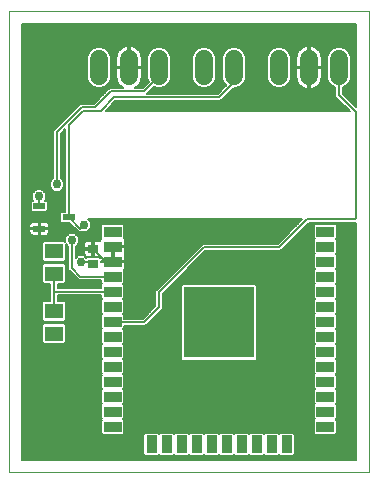
<source format=gtl>
G75*
%MOIN*%
%OFA0B0*%
%FSLAX25Y25*%
%IPPOS*%
%LPD*%
%AMOC8*
5,1,8,0,0,1.08239X$1,22.5*
%
%ADD10C,0.00000*%
%ADD11C,0.05937*%
%ADD12R,0.03937X0.01969*%
%ADD13R,0.05906X0.03543*%
%ADD14R,0.03543X0.05906*%
%ADD15R,0.23622X0.23622*%
%ADD16R,0.05906X0.05118*%
%ADD17R,0.03543X0.02756*%
%ADD18C,0.02978*%
%ADD19C,0.00600*%
D10*
X0001300Y0001300D02*
X0001300Y0155001D01*
X0121221Y0155001D01*
X0121221Y0001300D01*
X0001300Y0001300D01*
D11*
X0031300Y0133331D02*
X0031300Y0139269D01*
X0041300Y0139269D02*
X0041300Y0133331D01*
X0051300Y0133331D02*
X0051300Y0139269D01*
X0066300Y0139269D02*
X0066300Y0133331D01*
X0076300Y0133331D02*
X0076300Y0139269D01*
X0091300Y0139269D02*
X0091300Y0133331D01*
X0101300Y0133331D02*
X0101300Y0139269D01*
X0111300Y0139269D02*
X0111300Y0133331D01*
D12*
X0021221Y0086300D03*
X0011379Y0082560D03*
X0011379Y0090040D03*
D13*
X0035867Y0081615D03*
X0035867Y0076615D03*
X0035867Y0071615D03*
X0035867Y0066615D03*
X0035867Y0061615D03*
X0035867Y0056615D03*
X0035867Y0051615D03*
X0035867Y0046615D03*
X0035867Y0041615D03*
X0035867Y0036615D03*
X0035867Y0031615D03*
X0035867Y0026615D03*
X0035867Y0021615D03*
X0035867Y0016615D03*
X0106733Y0016615D03*
X0106733Y0021615D03*
X0106733Y0026615D03*
X0106733Y0031615D03*
X0106733Y0036615D03*
X0106733Y0041615D03*
X0106733Y0046615D03*
X0106733Y0051615D03*
X0106733Y0056615D03*
X0106733Y0061615D03*
X0106733Y0066615D03*
X0106733Y0071615D03*
X0106733Y0076615D03*
X0106733Y0081615D03*
D14*
X0093800Y0010749D03*
X0088800Y0010749D03*
X0083800Y0010749D03*
X0078800Y0010749D03*
X0073800Y0010749D03*
X0068800Y0010749D03*
X0063800Y0010749D03*
X0058800Y0010749D03*
X0053800Y0010749D03*
X0048800Y0010749D03*
D15*
X0071300Y0051300D03*
D16*
X0016300Y0047560D03*
X0016300Y0055040D03*
X0016300Y0067560D03*
X0016300Y0075040D03*
D17*
X0029300Y0075859D03*
X0029300Y0070741D03*
D18*
X0025300Y0071300D03*
X0022300Y0078689D03*
X0026300Y0083689D03*
X0016300Y0075040D03*
X0011300Y0093300D03*
X0017300Y0097300D03*
X0016300Y0047560D03*
X0061300Y0046300D03*
X0061300Y0041300D03*
X0066300Y0041300D03*
X0066300Y0046300D03*
X0066300Y0051300D03*
X0066300Y0056300D03*
X0066300Y0061300D03*
X0061300Y0061300D03*
X0061300Y0056300D03*
X0061300Y0051300D03*
X0071300Y0046300D03*
X0071300Y0041300D03*
X0076300Y0041300D03*
X0076300Y0046300D03*
X0076300Y0051300D03*
X0076300Y0056300D03*
X0076300Y0061300D03*
X0071300Y0061300D03*
X0071300Y0056300D03*
X0081300Y0056300D03*
X0081300Y0051300D03*
X0081300Y0046300D03*
X0081300Y0041300D03*
X0081300Y0061300D03*
D19*
X0084011Y0061426D02*
X0102880Y0061426D01*
X0102880Y0060828D02*
X0084011Y0060828D01*
X0084011Y0060229D02*
X0102880Y0060229D01*
X0102880Y0059631D02*
X0084011Y0059631D01*
X0084011Y0059032D02*
X0103153Y0059032D01*
X0103236Y0059115D02*
X0102880Y0058759D01*
X0102880Y0054471D01*
X0103236Y0054115D01*
X0102880Y0053759D01*
X0102880Y0049471D01*
X0103236Y0049115D01*
X0102880Y0048759D01*
X0102880Y0044471D01*
X0103236Y0044115D01*
X0102880Y0043759D01*
X0102880Y0039471D01*
X0103236Y0039115D01*
X0102880Y0038759D01*
X0102880Y0034471D01*
X0103236Y0034115D01*
X0102880Y0033759D01*
X0102880Y0029471D01*
X0103236Y0029115D01*
X0102880Y0028759D01*
X0102880Y0024471D01*
X0103236Y0024115D01*
X0102880Y0023759D01*
X0102880Y0019471D01*
X0103236Y0019115D01*
X0102880Y0018759D01*
X0102880Y0014471D01*
X0103408Y0013943D01*
X0110059Y0013943D01*
X0110586Y0014471D01*
X0110586Y0018759D01*
X0110230Y0019115D01*
X0110586Y0019471D01*
X0110586Y0023759D01*
X0110230Y0024115D01*
X0110586Y0024471D01*
X0110586Y0028759D01*
X0110230Y0029115D01*
X0110586Y0029471D01*
X0110586Y0033759D01*
X0110230Y0034115D01*
X0110586Y0034471D01*
X0110586Y0038759D01*
X0110230Y0039115D01*
X0110586Y0039471D01*
X0110586Y0043759D01*
X0110230Y0044115D01*
X0110586Y0044471D01*
X0110586Y0048759D01*
X0110230Y0049115D01*
X0110586Y0049471D01*
X0110586Y0053759D01*
X0110230Y0054115D01*
X0110586Y0054471D01*
X0110586Y0058759D01*
X0110230Y0059115D01*
X0110586Y0059471D01*
X0110586Y0063759D01*
X0110230Y0064115D01*
X0110586Y0064471D01*
X0110586Y0068759D01*
X0110230Y0069115D01*
X0110586Y0069471D01*
X0110586Y0073759D01*
X0110230Y0074115D01*
X0110586Y0074471D01*
X0110586Y0078759D01*
X0110230Y0079115D01*
X0110586Y0079471D01*
X0110586Y0083759D01*
X0110059Y0084287D01*
X0103408Y0084287D01*
X0102880Y0083759D01*
X0102880Y0079471D01*
X0103236Y0079115D01*
X0102880Y0078759D01*
X0102880Y0074471D01*
X0103236Y0074115D01*
X0102880Y0073759D01*
X0102880Y0069471D01*
X0103236Y0069115D01*
X0102880Y0068759D01*
X0102880Y0064471D01*
X0103236Y0064115D01*
X0102880Y0063759D01*
X0102880Y0059471D01*
X0103236Y0059115D01*
X0102880Y0058434D02*
X0084011Y0058434D01*
X0084011Y0057835D02*
X0102880Y0057835D01*
X0102880Y0057237D02*
X0084011Y0057237D01*
X0084011Y0056638D02*
X0102880Y0056638D01*
X0102880Y0056039D02*
X0084011Y0056039D01*
X0084011Y0055441D02*
X0102880Y0055441D01*
X0102880Y0054842D02*
X0084011Y0054842D01*
X0084011Y0054244D02*
X0103107Y0054244D01*
X0102880Y0053645D02*
X0084011Y0053645D01*
X0084011Y0053047D02*
X0102880Y0053047D01*
X0102880Y0052448D02*
X0084011Y0052448D01*
X0084011Y0051850D02*
X0102880Y0051850D01*
X0102880Y0051251D02*
X0084011Y0051251D01*
X0084011Y0050653D02*
X0102880Y0050653D01*
X0102880Y0050054D02*
X0084011Y0050054D01*
X0084011Y0049456D02*
X0102895Y0049456D01*
X0102978Y0048857D02*
X0084011Y0048857D01*
X0084011Y0048259D02*
X0102880Y0048259D01*
X0102880Y0047660D02*
X0084011Y0047660D01*
X0084011Y0047062D02*
X0102880Y0047062D01*
X0102880Y0046463D02*
X0084011Y0046463D01*
X0084011Y0045865D02*
X0102880Y0045865D01*
X0102880Y0045266D02*
X0084011Y0045266D01*
X0084011Y0044668D02*
X0102880Y0044668D01*
X0103190Y0044069D02*
X0084011Y0044069D01*
X0084011Y0043471D02*
X0102880Y0043471D01*
X0102880Y0042872D02*
X0084011Y0042872D01*
X0084011Y0042274D02*
X0102880Y0042274D01*
X0102880Y0041675D02*
X0084011Y0041675D01*
X0084011Y0041077D02*
X0102880Y0041077D01*
X0102880Y0040478D02*
X0084011Y0040478D01*
X0084011Y0039880D02*
X0102880Y0039880D01*
X0103070Y0039281D02*
X0084011Y0039281D01*
X0084011Y0039116D02*
X0084011Y0063484D01*
X0083484Y0064011D01*
X0059116Y0064011D01*
X0058589Y0063484D01*
X0058589Y0039116D01*
X0059116Y0038589D01*
X0083484Y0038589D01*
X0084011Y0039116D01*
X0083577Y0038683D02*
X0102880Y0038683D01*
X0102880Y0038084D02*
X0039720Y0038084D01*
X0039720Y0037486D02*
X0102880Y0037486D01*
X0102880Y0036887D02*
X0039720Y0036887D01*
X0039720Y0036289D02*
X0102880Y0036289D01*
X0102880Y0035690D02*
X0039720Y0035690D01*
X0039720Y0035092D02*
X0102880Y0035092D01*
X0102880Y0034493D02*
X0039720Y0034493D01*
X0039720Y0034471D02*
X0039720Y0038759D01*
X0039364Y0039115D01*
X0039720Y0039471D01*
X0039720Y0043759D01*
X0039364Y0044115D01*
X0039720Y0044471D01*
X0039720Y0048759D01*
X0039364Y0049115D01*
X0039720Y0049471D01*
X0039720Y0050100D01*
X0046797Y0050100D01*
X0047500Y0050803D01*
X0052500Y0055803D01*
X0052500Y0060803D01*
X0066797Y0075100D01*
X0091797Y0075100D01*
X0092500Y0075803D01*
X0101247Y0084550D01*
X0116921Y0084550D01*
X0116921Y0005600D01*
X0005600Y0005600D01*
X0005600Y0150701D01*
X0116921Y0150701D01*
X0116921Y0123154D01*
X0112500Y0127575D01*
X0112500Y0129641D01*
X0113491Y0130052D01*
X0114580Y0131140D01*
X0115168Y0132562D01*
X0115168Y0140038D01*
X0114580Y0141460D01*
X0113491Y0142548D01*
X0112069Y0143137D01*
X0110530Y0143137D01*
X0109109Y0142548D01*
X0108020Y0141460D01*
X0107431Y0140038D01*
X0107431Y0132562D01*
X0108020Y0131140D01*
X0109109Y0130052D01*
X0110100Y0129641D01*
X0110100Y0126581D01*
X0114831Y0121850D01*
X0033547Y0121850D01*
X0036797Y0125100D01*
X0071797Y0125100D01*
X0072500Y0125803D01*
X0076160Y0129463D01*
X0077069Y0129463D01*
X0078491Y0130052D01*
X0079580Y0131140D01*
X0080168Y0132562D01*
X0080168Y0140038D01*
X0079580Y0141460D01*
X0078491Y0142548D01*
X0077069Y0143137D01*
X0075530Y0143137D01*
X0074109Y0142548D01*
X0073020Y0141460D01*
X0072431Y0140038D01*
X0072431Y0132562D01*
X0073020Y0131140D01*
X0073732Y0130429D01*
X0070803Y0127500D01*
X0047197Y0127500D01*
X0049561Y0129864D01*
X0050530Y0129463D01*
X0052069Y0129463D01*
X0053491Y0130052D01*
X0054580Y0131140D01*
X0055168Y0132562D01*
X0055168Y0140038D01*
X0054580Y0141460D01*
X0053491Y0142548D01*
X0052069Y0143137D01*
X0050530Y0143137D01*
X0049109Y0142548D01*
X0048020Y0141460D01*
X0047431Y0140038D01*
X0047431Y0132562D01*
X0047851Y0131548D01*
X0045803Y0129500D01*
X0043182Y0129500D01*
X0043537Y0129681D01*
X0044081Y0130076D01*
X0044556Y0130551D01*
X0044951Y0131094D01*
X0045256Y0131693D01*
X0045463Y0132332D01*
X0045568Y0132996D01*
X0045568Y0136000D01*
X0041600Y0136000D01*
X0041600Y0136600D01*
X0041000Y0136600D01*
X0041000Y0143537D01*
X0040964Y0143537D01*
X0040300Y0143432D01*
X0039661Y0143224D01*
X0039063Y0142919D01*
X0038519Y0142524D01*
X0038044Y0142049D01*
X0037649Y0141506D01*
X0037344Y0140907D01*
X0037137Y0140268D01*
X0037031Y0139604D01*
X0037031Y0136600D01*
X0041000Y0136600D01*
X0041000Y0136000D01*
X0037031Y0136000D01*
X0037031Y0132996D01*
X0037137Y0132332D01*
X0037344Y0131693D01*
X0037649Y0131094D01*
X0038044Y0130551D01*
X0038519Y0130076D01*
X0039063Y0129681D01*
X0039418Y0129500D01*
X0034803Y0129500D01*
X0034100Y0128797D01*
X0029553Y0124250D01*
X0025078Y0124250D01*
X0016100Y0115272D01*
X0016100Y0099479D01*
X0014911Y0098290D01*
X0014911Y0096310D01*
X0016310Y0094911D01*
X0018290Y0094911D01*
X0019689Y0096310D01*
X0019689Y0098290D01*
X0018500Y0099479D01*
X0018500Y0114278D01*
X0020021Y0115799D01*
X0020021Y0088184D01*
X0018880Y0088184D01*
X0018353Y0087657D01*
X0018353Y0084943D01*
X0018880Y0084416D01*
X0021425Y0084416D01*
X0024231Y0081653D01*
X0024569Y0081306D01*
X0024583Y0081306D01*
X0024593Y0081296D01*
X0025079Y0081300D01*
X0025563Y0081294D01*
X0025569Y0081300D01*
X0027290Y0081300D01*
X0028689Y0082699D01*
X0028689Y0084679D01*
X0027617Y0085750D01*
X0099053Y0085750D01*
X0090803Y0077500D01*
X0065803Y0077500D01*
X0050803Y0062500D01*
X0050100Y0061797D01*
X0050100Y0056797D01*
X0045803Y0052500D01*
X0039720Y0052500D01*
X0039720Y0053759D01*
X0039364Y0054115D01*
X0039720Y0054471D01*
X0039720Y0058759D01*
X0039364Y0059115D01*
X0039720Y0059471D01*
X0039720Y0063759D01*
X0039364Y0064115D01*
X0039720Y0064471D01*
X0039720Y0068759D01*
X0039647Y0068832D01*
X0039860Y0069045D01*
X0040031Y0069342D01*
X0040120Y0069672D01*
X0040120Y0071315D01*
X0036167Y0071315D01*
X0036167Y0071915D01*
X0040120Y0071915D01*
X0040120Y0073558D01*
X0040031Y0073888D01*
X0039900Y0074115D01*
X0040031Y0074342D01*
X0040120Y0074672D01*
X0040120Y0076315D01*
X0036167Y0076315D01*
X0036167Y0076915D01*
X0040120Y0076915D01*
X0040120Y0078558D01*
X0040031Y0078888D01*
X0039860Y0079185D01*
X0039647Y0079398D01*
X0039720Y0079471D01*
X0039720Y0083759D01*
X0039192Y0084287D01*
X0032541Y0084287D01*
X0032014Y0083759D01*
X0032014Y0079471D01*
X0032087Y0079398D01*
X0031874Y0079185D01*
X0031703Y0078888D01*
X0031614Y0078558D01*
X0031614Y0078425D01*
X0031573Y0078448D01*
X0031243Y0078537D01*
X0029600Y0078537D01*
X0029600Y0076159D01*
X0029000Y0076159D01*
X0029000Y0075559D01*
X0029600Y0075559D01*
X0029600Y0073181D01*
X0031243Y0073181D01*
X0031573Y0073270D01*
X0031614Y0073293D01*
X0031614Y0072849D01*
X0031444Y0073019D01*
X0027156Y0073019D01*
X0027058Y0072921D01*
X0026290Y0073689D01*
X0024310Y0073689D01*
X0023500Y0072878D01*
X0023500Y0076510D01*
X0024689Y0077699D01*
X0024689Y0079679D01*
X0023290Y0081078D01*
X0021310Y0081078D01*
X0019911Y0079679D01*
X0019911Y0078214D01*
X0019626Y0078499D01*
X0012974Y0078499D01*
X0012447Y0077972D01*
X0012447Y0072108D01*
X0012974Y0071581D01*
X0019626Y0071581D01*
X0020153Y0072108D01*
X0020153Y0077458D01*
X0021100Y0076510D01*
X0021100Y0068803D01*
X0021803Y0068100D01*
X0024488Y0065415D01*
X0032014Y0065415D01*
X0032014Y0064471D01*
X0032370Y0064115D01*
X0032014Y0063759D01*
X0032014Y0062815D01*
X0017500Y0062815D01*
X0017500Y0064101D01*
X0019626Y0064101D01*
X0020153Y0064628D01*
X0020153Y0070492D01*
X0019626Y0071019D01*
X0012974Y0071019D01*
X0012447Y0070492D01*
X0012447Y0064628D01*
X0012974Y0064101D01*
X0015100Y0064101D01*
X0015100Y0058499D01*
X0012974Y0058499D01*
X0012447Y0057972D01*
X0012447Y0052108D01*
X0012974Y0051581D01*
X0019626Y0051581D01*
X0020153Y0052108D01*
X0020153Y0057972D01*
X0019626Y0058499D01*
X0017500Y0058499D01*
X0017500Y0060415D01*
X0032014Y0060415D01*
X0032014Y0059471D01*
X0032370Y0059115D01*
X0032014Y0058759D01*
X0032014Y0054471D01*
X0032370Y0054115D01*
X0032014Y0053759D01*
X0032014Y0049471D01*
X0032370Y0049115D01*
X0032014Y0048759D01*
X0032014Y0044471D01*
X0032370Y0044115D01*
X0032014Y0043759D01*
X0032014Y0039471D01*
X0032370Y0039115D01*
X0032014Y0038759D01*
X0032014Y0034471D01*
X0032370Y0034115D01*
X0032014Y0033759D01*
X0032014Y0029471D01*
X0032370Y0029115D01*
X0032014Y0028759D01*
X0032014Y0024471D01*
X0032370Y0024115D01*
X0032014Y0023759D01*
X0032014Y0019471D01*
X0032370Y0019115D01*
X0032014Y0018759D01*
X0032014Y0014471D01*
X0032541Y0013943D01*
X0039192Y0013943D01*
X0039720Y0014471D01*
X0039720Y0018759D01*
X0039364Y0019115D01*
X0039720Y0019471D01*
X0039720Y0023759D01*
X0039364Y0024115D01*
X0039720Y0024471D01*
X0039720Y0028759D01*
X0039364Y0029115D01*
X0039720Y0029471D01*
X0039720Y0033759D01*
X0039364Y0034115D01*
X0039720Y0034471D01*
X0039585Y0033895D02*
X0103015Y0033895D01*
X0102880Y0033296D02*
X0039720Y0033296D01*
X0039720Y0032698D02*
X0102880Y0032698D01*
X0102880Y0032099D02*
X0039720Y0032099D01*
X0039720Y0031501D02*
X0102880Y0031501D01*
X0102880Y0030902D02*
X0039720Y0030902D01*
X0039720Y0030303D02*
X0102880Y0030303D01*
X0102880Y0029705D02*
X0039720Y0029705D01*
X0039373Y0029106D02*
X0103227Y0029106D01*
X0102880Y0028508D02*
X0039720Y0028508D01*
X0039720Y0027909D02*
X0102880Y0027909D01*
X0102880Y0027311D02*
X0039720Y0027311D01*
X0039720Y0026712D02*
X0102880Y0026712D01*
X0102880Y0026114D02*
X0039720Y0026114D01*
X0039720Y0025515D02*
X0102880Y0025515D01*
X0102880Y0024917D02*
X0039720Y0024917D01*
X0039568Y0024318D02*
X0103032Y0024318D01*
X0102880Y0023720D02*
X0039720Y0023720D01*
X0039720Y0023121D02*
X0102880Y0023121D01*
X0102880Y0022523D02*
X0039720Y0022523D01*
X0039720Y0021924D02*
X0102880Y0021924D01*
X0102880Y0021326D02*
X0039720Y0021326D01*
X0039720Y0020727D02*
X0102880Y0020727D01*
X0102880Y0020129D02*
X0039720Y0020129D01*
X0039720Y0019530D02*
X0102880Y0019530D01*
X0103053Y0018932D02*
X0039547Y0018932D01*
X0039720Y0018333D02*
X0102880Y0018333D01*
X0102880Y0017735D02*
X0039720Y0017735D01*
X0039720Y0017136D02*
X0102880Y0017136D01*
X0102880Y0016538D02*
X0039720Y0016538D01*
X0039720Y0015939D02*
X0102880Y0015939D01*
X0102880Y0015341D02*
X0039720Y0015341D01*
X0039720Y0014742D02*
X0102880Y0014742D01*
X0103207Y0014144D02*
X0096402Y0014144D01*
X0096472Y0014074D02*
X0095944Y0014602D01*
X0091656Y0014602D01*
X0091300Y0014246D01*
X0090944Y0014602D01*
X0086656Y0014602D01*
X0086300Y0014246D01*
X0085944Y0014602D01*
X0081656Y0014602D01*
X0081300Y0014246D01*
X0080944Y0014602D01*
X0076656Y0014602D01*
X0076300Y0014246D01*
X0075944Y0014602D01*
X0071656Y0014602D01*
X0071300Y0014246D01*
X0070944Y0014602D01*
X0066656Y0014602D01*
X0066300Y0014246D01*
X0065944Y0014602D01*
X0061656Y0014602D01*
X0061300Y0014246D01*
X0060944Y0014602D01*
X0056656Y0014602D01*
X0056300Y0014246D01*
X0055944Y0014602D01*
X0051656Y0014602D01*
X0051300Y0014246D01*
X0050944Y0014602D01*
X0046656Y0014602D01*
X0046128Y0014074D01*
X0046128Y0007423D01*
X0046656Y0006896D01*
X0050944Y0006896D01*
X0051300Y0007252D01*
X0051656Y0006896D01*
X0055944Y0006896D01*
X0056300Y0007252D01*
X0056656Y0006896D01*
X0060944Y0006896D01*
X0061300Y0007252D01*
X0061656Y0006896D01*
X0065944Y0006896D01*
X0066300Y0007252D01*
X0066656Y0006896D01*
X0070944Y0006896D01*
X0071300Y0007252D01*
X0071656Y0006896D01*
X0075944Y0006896D01*
X0076300Y0007252D01*
X0076656Y0006896D01*
X0080944Y0006896D01*
X0081300Y0007252D01*
X0081656Y0006896D01*
X0085944Y0006896D01*
X0086300Y0007252D01*
X0086656Y0006896D01*
X0090944Y0006896D01*
X0091300Y0007252D01*
X0091656Y0006896D01*
X0095944Y0006896D01*
X0096472Y0007423D01*
X0096472Y0014074D01*
X0096472Y0013545D02*
X0116921Y0013545D01*
X0116921Y0012947D02*
X0096472Y0012947D01*
X0096472Y0012348D02*
X0116921Y0012348D01*
X0116921Y0011750D02*
X0096472Y0011750D01*
X0096472Y0011151D02*
X0116921Y0011151D01*
X0116921Y0010553D02*
X0096472Y0010553D01*
X0096472Y0009954D02*
X0116921Y0009954D01*
X0116921Y0009356D02*
X0096472Y0009356D01*
X0096472Y0008757D02*
X0116921Y0008757D01*
X0116921Y0008159D02*
X0096472Y0008159D01*
X0096472Y0007560D02*
X0116921Y0007560D01*
X0116921Y0006962D02*
X0096010Y0006962D01*
X0091590Y0006962D02*
X0091010Y0006962D01*
X0086590Y0006962D02*
X0086010Y0006962D01*
X0081590Y0006962D02*
X0081010Y0006962D01*
X0076590Y0006962D02*
X0076010Y0006962D01*
X0071590Y0006962D02*
X0071010Y0006962D01*
X0066590Y0006962D02*
X0066010Y0006962D01*
X0061590Y0006962D02*
X0061010Y0006962D01*
X0056590Y0006962D02*
X0056010Y0006962D01*
X0051590Y0006962D02*
X0051010Y0006962D01*
X0046590Y0006962D02*
X0005600Y0006962D01*
X0005600Y0007560D02*
X0046128Y0007560D01*
X0046128Y0008159D02*
X0005600Y0008159D01*
X0005600Y0008757D02*
X0046128Y0008757D01*
X0046128Y0009356D02*
X0005600Y0009356D01*
X0005600Y0009954D02*
X0046128Y0009954D01*
X0046128Y0010553D02*
X0005600Y0010553D01*
X0005600Y0011151D02*
X0046128Y0011151D01*
X0046128Y0011750D02*
X0005600Y0011750D01*
X0005600Y0012348D02*
X0046128Y0012348D01*
X0046128Y0012947D02*
X0005600Y0012947D01*
X0005600Y0013545D02*
X0046128Y0013545D01*
X0046198Y0014144D02*
X0039393Y0014144D01*
X0032341Y0014144D02*
X0005600Y0014144D01*
X0005600Y0014742D02*
X0032014Y0014742D01*
X0032014Y0015341D02*
X0005600Y0015341D01*
X0005600Y0015939D02*
X0032014Y0015939D01*
X0032014Y0016538D02*
X0005600Y0016538D01*
X0005600Y0017136D02*
X0032014Y0017136D01*
X0032014Y0017735D02*
X0005600Y0017735D01*
X0005600Y0018333D02*
X0032014Y0018333D01*
X0032187Y0018932D02*
X0005600Y0018932D01*
X0005600Y0019530D02*
X0032014Y0019530D01*
X0032014Y0020129D02*
X0005600Y0020129D01*
X0005600Y0020727D02*
X0032014Y0020727D01*
X0032014Y0021326D02*
X0005600Y0021326D01*
X0005600Y0021924D02*
X0032014Y0021924D01*
X0032014Y0022523D02*
X0005600Y0022523D01*
X0005600Y0023121D02*
X0032014Y0023121D01*
X0032014Y0023720D02*
X0005600Y0023720D01*
X0005600Y0024318D02*
X0032166Y0024318D01*
X0032014Y0024917D02*
X0005600Y0024917D01*
X0005600Y0025515D02*
X0032014Y0025515D01*
X0032014Y0026114D02*
X0005600Y0026114D01*
X0005600Y0026712D02*
X0032014Y0026712D01*
X0032014Y0027311D02*
X0005600Y0027311D01*
X0005600Y0027909D02*
X0032014Y0027909D01*
X0032014Y0028508D02*
X0005600Y0028508D01*
X0005600Y0029106D02*
X0032361Y0029106D01*
X0032014Y0029705D02*
X0005600Y0029705D01*
X0005600Y0030303D02*
X0032014Y0030303D01*
X0032014Y0030902D02*
X0005600Y0030902D01*
X0005600Y0031501D02*
X0032014Y0031501D01*
X0032014Y0032099D02*
X0005600Y0032099D01*
X0005600Y0032698D02*
X0032014Y0032698D01*
X0032014Y0033296D02*
X0005600Y0033296D01*
X0005600Y0033895D02*
X0032149Y0033895D01*
X0032014Y0034493D02*
X0005600Y0034493D01*
X0005600Y0035092D02*
X0032014Y0035092D01*
X0032014Y0035690D02*
X0005600Y0035690D01*
X0005600Y0036289D02*
X0032014Y0036289D01*
X0032014Y0036887D02*
X0005600Y0036887D01*
X0005600Y0037486D02*
X0032014Y0037486D01*
X0032014Y0038084D02*
X0005600Y0038084D01*
X0005600Y0038683D02*
X0032014Y0038683D01*
X0032204Y0039281D02*
X0005600Y0039281D01*
X0005600Y0039880D02*
X0032014Y0039880D01*
X0032014Y0040478D02*
X0005600Y0040478D01*
X0005600Y0041077D02*
X0032014Y0041077D01*
X0032014Y0041675D02*
X0005600Y0041675D01*
X0005600Y0042274D02*
X0032014Y0042274D01*
X0032014Y0042872D02*
X0005600Y0042872D01*
X0005600Y0043471D02*
X0032014Y0043471D01*
X0032324Y0044069D02*
X0005600Y0044069D01*
X0005600Y0044668D02*
X0012447Y0044668D01*
X0012447Y0044628D02*
X0012974Y0044101D01*
X0019626Y0044101D01*
X0020153Y0044628D01*
X0020153Y0050492D01*
X0019626Y0051019D01*
X0012974Y0051019D01*
X0012447Y0050492D01*
X0012447Y0044628D01*
X0012447Y0045266D02*
X0005600Y0045266D01*
X0005600Y0045865D02*
X0012447Y0045865D01*
X0012447Y0046463D02*
X0005600Y0046463D01*
X0005600Y0047062D02*
X0012447Y0047062D01*
X0012447Y0047660D02*
X0005600Y0047660D01*
X0005600Y0048259D02*
X0012447Y0048259D01*
X0012447Y0048857D02*
X0005600Y0048857D01*
X0005600Y0049456D02*
X0012447Y0049456D01*
X0012447Y0050054D02*
X0005600Y0050054D01*
X0005600Y0050653D02*
X0012608Y0050653D01*
X0012706Y0051850D02*
X0005600Y0051850D01*
X0005600Y0052448D02*
X0012447Y0052448D01*
X0012447Y0053047D02*
X0005600Y0053047D01*
X0005600Y0053645D02*
X0012447Y0053645D01*
X0012447Y0054244D02*
X0005600Y0054244D01*
X0005600Y0054842D02*
X0012447Y0054842D01*
X0012447Y0055441D02*
X0005600Y0055441D01*
X0005600Y0056039D02*
X0012447Y0056039D01*
X0012447Y0056638D02*
X0005600Y0056638D01*
X0005600Y0057237D02*
X0012447Y0057237D01*
X0012447Y0057835D02*
X0005600Y0057835D01*
X0005600Y0058434D02*
X0012909Y0058434D01*
X0015100Y0059032D02*
X0005600Y0059032D01*
X0005600Y0059631D02*
X0015100Y0059631D01*
X0015100Y0060229D02*
X0005600Y0060229D01*
X0005600Y0060828D02*
X0015100Y0060828D01*
X0015100Y0061426D02*
X0005600Y0061426D01*
X0005600Y0062025D02*
X0015100Y0062025D01*
X0015100Y0062623D02*
X0005600Y0062623D01*
X0005600Y0063222D02*
X0015100Y0063222D01*
X0015100Y0063820D02*
X0005600Y0063820D01*
X0005600Y0064419D02*
X0012657Y0064419D01*
X0012447Y0065017D02*
X0005600Y0065017D01*
X0005600Y0065616D02*
X0012447Y0065616D01*
X0012447Y0066214D02*
X0005600Y0066214D01*
X0005600Y0066813D02*
X0012447Y0066813D01*
X0012447Y0067411D02*
X0005600Y0067411D01*
X0005600Y0068010D02*
X0012447Y0068010D01*
X0012447Y0068608D02*
X0005600Y0068608D01*
X0005600Y0069207D02*
X0012447Y0069207D01*
X0012447Y0069805D02*
X0005600Y0069805D01*
X0005600Y0070404D02*
X0012447Y0070404D01*
X0012958Y0071002D02*
X0005600Y0071002D01*
X0005600Y0071601D02*
X0012955Y0071601D01*
X0012447Y0072199D02*
X0005600Y0072199D01*
X0005600Y0072798D02*
X0012447Y0072798D01*
X0012447Y0073396D02*
X0005600Y0073396D01*
X0005600Y0073995D02*
X0012447Y0073995D01*
X0012447Y0074593D02*
X0005600Y0074593D01*
X0005600Y0075192D02*
X0012447Y0075192D01*
X0012447Y0075790D02*
X0005600Y0075790D01*
X0005600Y0076389D02*
X0012447Y0076389D01*
X0012447Y0076987D02*
X0005600Y0076987D01*
X0005600Y0077586D02*
X0012447Y0077586D01*
X0012660Y0078184D02*
X0005600Y0078184D01*
X0005600Y0078783D02*
X0019911Y0078783D01*
X0019911Y0079381D02*
X0005600Y0079381D01*
X0005600Y0079980D02*
X0020212Y0079980D01*
X0020811Y0080578D02*
X0014189Y0080578D01*
X0014145Y0080535D02*
X0014387Y0080777D01*
X0014559Y0081074D01*
X0014647Y0081404D01*
X0014647Y0082368D01*
X0011571Y0082368D01*
X0011571Y0082752D01*
X0014647Y0082752D01*
X0014647Y0083715D01*
X0014559Y0084046D01*
X0014387Y0084342D01*
X0014145Y0084584D01*
X0013849Y0084755D01*
X0013518Y0084844D01*
X0011571Y0084844D01*
X0011571Y0082752D01*
X0011187Y0082752D01*
X0011187Y0084844D01*
X0009239Y0084844D01*
X0008908Y0084755D01*
X0008612Y0084584D01*
X0008370Y0084342D01*
X0008199Y0084046D01*
X0008110Y0083715D01*
X0008110Y0082752D01*
X0011187Y0082752D01*
X0011187Y0082368D01*
X0011571Y0082368D01*
X0011571Y0080276D01*
X0013518Y0080276D01*
X0013849Y0080364D01*
X0014145Y0080535D01*
X0014586Y0081177D02*
X0032014Y0081177D01*
X0032014Y0081775D02*
X0027765Y0081775D01*
X0028364Y0082374D02*
X0032014Y0082374D01*
X0032014Y0082972D02*
X0028689Y0082972D01*
X0028689Y0083571D02*
X0032014Y0083571D01*
X0032424Y0084170D02*
X0028689Y0084170D01*
X0028599Y0084768D02*
X0098071Y0084768D01*
X0097472Y0084170D02*
X0039310Y0084170D01*
X0039720Y0083571D02*
X0096874Y0083571D01*
X0096275Y0082972D02*
X0039720Y0082972D01*
X0039720Y0082374D02*
X0095677Y0082374D01*
X0095078Y0081775D02*
X0039720Y0081775D01*
X0039720Y0081177D02*
X0094480Y0081177D01*
X0093881Y0080578D02*
X0039720Y0080578D01*
X0039720Y0079980D02*
X0093283Y0079980D01*
X0092684Y0079381D02*
X0039663Y0079381D01*
X0040059Y0078783D02*
X0092086Y0078783D01*
X0091487Y0078184D02*
X0040120Y0078184D01*
X0040120Y0077586D02*
X0090889Y0077586D01*
X0091300Y0076300D02*
X0066300Y0076300D01*
X0051300Y0061300D01*
X0051300Y0056300D01*
X0046300Y0051300D01*
X0036182Y0051300D01*
X0035867Y0051615D01*
X0032014Y0051850D02*
X0019894Y0051850D01*
X0020153Y0052448D02*
X0032014Y0052448D01*
X0032014Y0053047D02*
X0020153Y0053047D01*
X0020153Y0053645D02*
X0032014Y0053645D01*
X0032241Y0054244D02*
X0020153Y0054244D01*
X0020153Y0054842D02*
X0032014Y0054842D01*
X0032014Y0055441D02*
X0020153Y0055441D01*
X0020153Y0056039D02*
X0032014Y0056039D01*
X0032014Y0056638D02*
X0020153Y0056638D01*
X0020153Y0057237D02*
X0032014Y0057237D01*
X0032014Y0057835D02*
X0020153Y0057835D01*
X0019691Y0058434D02*
X0032014Y0058434D01*
X0032287Y0059032D02*
X0017500Y0059032D01*
X0017500Y0059631D02*
X0032014Y0059631D01*
X0032014Y0060229D02*
X0017500Y0060229D01*
X0016300Y0061300D02*
X0016615Y0061615D01*
X0035867Y0061615D01*
X0039720Y0061426D02*
X0050100Y0061426D01*
X0050100Y0060828D02*
X0039720Y0060828D01*
X0039720Y0060229D02*
X0050100Y0060229D01*
X0050100Y0059631D02*
X0039720Y0059631D01*
X0039447Y0059032D02*
X0050100Y0059032D01*
X0050100Y0058434D02*
X0039720Y0058434D01*
X0039720Y0057835D02*
X0050100Y0057835D01*
X0050100Y0057237D02*
X0039720Y0057237D01*
X0039720Y0056638D02*
X0049941Y0056638D01*
X0049342Y0056039D02*
X0039720Y0056039D01*
X0039720Y0055441D02*
X0048744Y0055441D01*
X0048145Y0054842D02*
X0039720Y0054842D01*
X0039493Y0054244D02*
X0047547Y0054244D01*
X0046948Y0053645D02*
X0039720Y0053645D01*
X0039720Y0053047D02*
X0046350Y0053047D01*
X0047948Y0051251D02*
X0058589Y0051251D01*
X0058589Y0050653D02*
X0047350Y0050653D01*
X0048547Y0051850D02*
X0058589Y0051850D01*
X0058589Y0052448D02*
X0049145Y0052448D01*
X0049744Y0053047D02*
X0058589Y0053047D01*
X0058589Y0053645D02*
X0050342Y0053645D01*
X0050941Y0054244D02*
X0058589Y0054244D01*
X0058589Y0054842D02*
X0051540Y0054842D01*
X0052138Y0055441D02*
X0058589Y0055441D01*
X0058589Y0056039D02*
X0052500Y0056039D01*
X0052500Y0056638D02*
X0058589Y0056638D01*
X0058589Y0057237D02*
X0052500Y0057237D01*
X0052500Y0057835D02*
X0058589Y0057835D01*
X0058589Y0058434D02*
X0052500Y0058434D01*
X0052500Y0059032D02*
X0058589Y0059032D01*
X0058589Y0059631D02*
X0052500Y0059631D01*
X0052500Y0060229D02*
X0058589Y0060229D01*
X0058589Y0060828D02*
X0052525Y0060828D01*
X0053123Y0061426D02*
X0058589Y0061426D01*
X0058589Y0062025D02*
X0053722Y0062025D01*
X0054320Y0062623D02*
X0058589Y0062623D01*
X0058589Y0063222D02*
X0054919Y0063222D01*
X0055517Y0063820D02*
X0058925Y0063820D01*
X0057313Y0065616D02*
X0102880Y0065616D01*
X0102880Y0066214D02*
X0057911Y0066214D01*
X0058510Y0066813D02*
X0102880Y0066813D01*
X0102880Y0067411D02*
X0059108Y0067411D01*
X0059707Y0068010D02*
X0102880Y0068010D01*
X0102880Y0068608D02*
X0060305Y0068608D01*
X0060904Y0069207D02*
X0103144Y0069207D01*
X0102880Y0069805D02*
X0061502Y0069805D01*
X0062101Y0070404D02*
X0102880Y0070404D01*
X0102880Y0071002D02*
X0062699Y0071002D01*
X0063298Y0071601D02*
X0102880Y0071601D01*
X0102880Y0072199D02*
X0063896Y0072199D01*
X0064495Y0072798D02*
X0102880Y0072798D01*
X0102880Y0073396D02*
X0065093Y0073396D01*
X0065692Y0073995D02*
X0103116Y0073995D01*
X0102880Y0074593D02*
X0066290Y0074593D01*
X0064692Y0076389D02*
X0036167Y0076389D01*
X0036167Y0076315D02*
X0036167Y0071915D01*
X0035567Y0071915D01*
X0035567Y0074687D01*
X0035567Y0076315D01*
X0036167Y0076315D01*
X0036167Y0075790D02*
X0035567Y0075790D01*
X0035567Y0075192D02*
X0036167Y0075192D01*
X0036167Y0074593D02*
X0035567Y0074593D01*
X0035567Y0073995D02*
X0036167Y0073995D01*
X0036167Y0073396D02*
X0035567Y0073396D01*
X0035567Y0072798D02*
X0036167Y0072798D01*
X0036167Y0072199D02*
X0035567Y0072199D01*
X0035567Y0071915D02*
X0031972Y0071915D01*
X0031972Y0071315D01*
X0035567Y0071315D01*
X0035567Y0071915D01*
X0035567Y0071601D02*
X0031972Y0071601D01*
X0033544Y0071615D02*
X0035867Y0071615D01*
X0036167Y0071601D02*
X0059904Y0071601D01*
X0060502Y0072199D02*
X0040120Y0072199D01*
X0040120Y0072798D02*
X0061101Y0072798D01*
X0061699Y0073396D02*
X0040120Y0073396D01*
X0039970Y0073995D02*
X0062298Y0073995D01*
X0062896Y0074593D02*
X0040099Y0074593D01*
X0040120Y0075192D02*
X0063495Y0075192D01*
X0064093Y0075790D02*
X0040120Y0075790D01*
X0040120Y0076987D02*
X0065290Y0076987D01*
X0059305Y0071002D02*
X0040120Y0071002D01*
X0040120Y0070404D02*
X0058707Y0070404D01*
X0058108Y0069805D02*
X0040120Y0069805D01*
X0039953Y0069207D02*
X0057510Y0069207D01*
X0056911Y0068608D02*
X0039720Y0068608D01*
X0039720Y0068010D02*
X0056313Y0068010D01*
X0055714Y0067411D02*
X0039720Y0067411D01*
X0039720Y0066813D02*
X0055116Y0066813D01*
X0054517Y0066214D02*
X0039720Y0066214D01*
X0039720Y0065616D02*
X0053919Y0065616D01*
X0053320Y0065017D02*
X0039720Y0065017D01*
X0039668Y0064419D02*
X0052722Y0064419D01*
X0052123Y0063820D02*
X0039659Y0063820D01*
X0039720Y0063222D02*
X0051525Y0063222D01*
X0050926Y0062623D02*
X0039720Y0062623D01*
X0039720Y0062025D02*
X0050328Y0062025D01*
X0056116Y0064419D02*
X0102932Y0064419D01*
X0102941Y0063820D02*
X0083675Y0063820D01*
X0084011Y0063222D02*
X0102880Y0063222D01*
X0102880Y0062623D02*
X0084011Y0062623D01*
X0084011Y0062025D02*
X0102880Y0062025D01*
X0102880Y0065017D02*
X0056714Y0065017D01*
X0066300Y0056300D02*
X0071300Y0051300D01*
X0058589Y0050054D02*
X0039720Y0050054D01*
X0039705Y0049456D02*
X0058589Y0049456D01*
X0058589Y0048857D02*
X0039622Y0048857D01*
X0039720Y0048259D02*
X0058589Y0048259D01*
X0058589Y0047660D02*
X0039720Y0047660D01*
X0039720Y0047062D02*
X0058589Y0047062D01*
X0058589Y0046463D02*
X0039720Y0046463D01*
X0039720Y0045865D02*
X0058589Y0045865D01*
X0058589Y0045266D02*
X0039720Y0045266D01*
X0039720Y0044668D02*
X0058589Y0044668D01*
X0058589Y0044069D02*
X0039410Y0044069D01*
X0039720Y0043471D02*
X0058589Y0043471D01*
X0058589Y0042872D02*
X0039720Y0042872D01*
X0039720Y0042274D02*
X0058589Y0042274D01*
X0058589Y0041675D02*
X0039720Y0041675D01*
X0039720Y0041077D02*
X0058589Y0041077D01*
X0058589Y0040478D02*
X0039720Y0040478D01*
X0039720Y0039880D02*
X0058589Y0039880D01*
X0058589Y0039281D02*
X0039530Y0039281D01*
X0039720Y0038683D02*
X0059023Y0038683D01*
X0035867Y0066615D02*
X0024985Y0066615D01*
X0022300Y0069300D01*
X0022300Y0078689D01*
X0020623Y0076987D02*
X0020153Y0076987D01*
X0020153Y0076389D02*
X0021100Y0076389D01*
X0021100Y0075790D02*
X0020153Y0075790D01*
X0020153Y0075192D02*
X0021100Y0075192D01*
X0021100Y0074593D02*
X0020153Y0074593D01*
X0020153Y0073995D02*
X0021100Y0073995D01*
X0021100Y0073396D02*
X0020153Y0073396D01*
X0020153Y0072798D02*
X0021100Y0072798D01*
X0021100Y0072199D02*
X0020153Y0072199D01*
X0019645Y0071601D02*
X0021100Y0071601D01*
X0021100Y0071002D02*
X0019642Y0071002D01*
X0020153Y0070404D02*
X0021100Y0070404D01*
X0021100Y0069805D02*
X0020153Y0069805D01*
X0020153Y0069207D02*
X0021100Y0069207D01*
X0021295Y0068608D02*
X0020153Y0068608D01*
X0020153Y0068010D02*
X0021893Y0068010D01*
X0022492Y0067411D02*
X0020153Y0067411D01*
X0020153Y0066813D02*
X0023090Y0066813D01*
X0023689Y0066214D02*
X0020153Y0066214D01*
X0020153Y0065616D02*
X0024287Y0065616D01*
X0020153Y0065017D02*
X0032014Y0065017D01*
X0032066Y0064419D02*
X0019943Y0064419D01*
X0017500Y0063820D02*
X0032075Y0063820D01*
X0032014Y0063222D02*
X0017500Y0063222D01*
X0016300Y0061300D02*
X0016300Y0067560D01*
X0016300Y0061300D02*
X0016300Y0055040D01*
X0019992Y0050653D02*
X0032014Y0050653D01*
X0032014Y0051251D02*
X0005600Y0051251D01*
X0020153Y0050054D02*
X0032014Y0050054D01*
X0032029Y0049456D02*
X0020153Y0049456D01*
X0020153Y0048857D02*
X0032112Y0048857D01*
X0032014Y0048259D02*
X0020153Y0048259D01*
X0020153Y0047660D02*
X0032014Y0047660D01*
X0032014Y0047062D02*
X0020153Y0047062D01*
X0020153Y0046463D02*
X0032014Y0046463D01*
X0032014Y0045865D02*
X0020153Y0045865D01*
X0020153Y0045266D02*
X0032014Y0045266D01*
X0032014Y0044668D02*
X0020153Y0044668D01*
X0029300Y0070741D02*
X0028741Y0071300D01*
X0025300Y0071300D01*
X0024018Y0073396D02*
X0023500Y0073396D01*
X0023500Y0073995D02*
X0026313Y0073995D01*
X0026317Y0073979D02*
X0026488Y0073683D01*
X0026730Y0073441D01*
X0027027Y0073270D01*
X0027357Y0073181D01*
X0029000Y0073181D01*
X0029000Y0075559D01*
X0026228Y0075559D01*
X0026228Y0074310D01*
X0026317Y0073979D01*
X0026228Y0074593D02*
X0023500Y0074593D01*
X0023500Y0075192D02*
X0026228Y0075192D01*
X0026228Y0076159D02*
X0029000Y0076159D01*
X0029000Y0078537D01*
X0027357Y0078537D01*
X0027027Y0078448D01*
X0026730Y0078277D01*
X0026488Y0078035D01*
X0026317Y0077739D01*
X0026228Y0077408D01*
X0026228Y0076159D01*
X0026228Y0076389D02*
X0023500Y0076389D01*
X0023500Y0075790D02*
X0029000Y0075790D01*
X0029300Y0075859D02*
X0033544Y0071615D01*
X0029600Y0073396D02*
X0029000Y0073396D01*
X0029000Y0073995D02*
X0029600Y0073995D01*
X0029600Y0074593D02*
X0029000Y0074593D01*
X0029000Y0075192D02*
X0029600Y0075192D01*
X0029600Y0076389D02*
X0029000Y0076389D01*
X0029000Y0076987D02*
X0029600Y0076987D01*
X0029600Y0077586D02*
X0029000Y0077586D01*
X0029000Y0078184D02*
X0029600Y0078184D01*
X0031675Y0078783D02*
X0024689Y0078783D01*
X0024689Y0079381D02*
X0032071Y0079381D01*
X0032014Y0079980D02*
X0024388Y0079980D01*
X0023789Y0080578D02*
X0032014Y0080578D01*
X0026637Y0078184D02*
X0024689Y0078184D01*
X0024575Y0077586D02*
X0026276Y0077586D01*
X0026228Y0076987D02*
X0023977Y0076987D01*
X0026582Y0073396D02*
X0026807Y0073396D01*
X0024107Y0081775D02*
X0014647Y0081775D01*
X0014647Y0082972D02*
X0022891Y0082972D01*
X0023499Y0082374D02*
X0011571Y0082374D01*
X0011187Y0082368D02*
X0011187Y0080276D01*
X0009239Y0080276D01*
X0008908Y0080364D01*
X0008612Y0080535D01*
X0008370Y0080777D01*
X0008199Y0081074D01*
X0008110Y0081404D01*
X0008110Y0082368D01*
X0011187Y0082368D01*
X0011187Y0082374D02*
X0005600Y0082374D01*
X0005600Y0082972D02*
X0008110Y0082972D01*
X0008110Y0083571D02*
X0005600Y0083571D01*
X0005600Y0084170D02*
X0008270Y0084170D01*
X0008955Y0084768D02*
X0005600Y0084768D01*
X0005600Y0085367D02*
X0018353Y0085367D01*
X0018353Y0085965D02*
X0005600Y0085965D01*
X0005600Y0086564D02*
X0018353Y0086564D01*
X0018353Y0087162D02*
X0005600Y0087162D01*
X0005600Y0087761D02*
X0018456Y0087761D01*
X0020021Y0088359D02*
X0013923Y0088359D01*
X0013720Y0088156D02*
X0014247Y0088683D01*
X0014247Y0091397D01*
X0013720Y0091924D01*
X0013303Y0091924D01*
X0013689Y0092310D01*
X0013689Y0094290D01*
X0012290Y0095689D01*
X0010310Y0095689D01*
X0008911Y0094290D01*
X0008911Y0092310D01*
X0009297Y0091924D01*
X0009037Y0091924D01*
X0008510Y0091397D01*
X0008510Y0088683D01*
X0009037Y0088156D01*
X0013720Y0088156D01*
X0014247Y0088958D02*
X0020021Y0088958D01*
X0020021Y0089556D02*
X0014247Y0089556D01*
X0014247Y0090155D02*
X0020021Y0090155D01*
X0020021Y0090753D02*
X0014247Y0090753D01*
X0014247Y0091352D02*
X0020021Y0091352D01*
X0020021Y0091950D02*
X0013329Y0091950D01*
X0013689Y0092549D02*
X0020021Y0092549D01*
X0020021Y0093147D02*
X0013689Y0093147D01*
X0013689Y0093746D02*
X0020021Y0093746D01*
X0020021Y0094344D02*
X0013634Y0094344D01*
X0013036Y0094943D02*
X0016279Y0094943D01*
X0015680Y0095541D02*
X0012437Y0095541D01*
X0010163Y0095541D02*
X0005600Y0095541D01*
X0005600Y0094943D02*
X0009564Y0094943D01*
X0008966Y0094344D02*
X0005600Y0094344D01*
X0005600Y0093746D02*
X0008911Y0093746D01*
X0008911Y0093147D02*
X0005600Y0093147D01*
X0005600Y0092549D02*
X0008911Y0092549D01*
X0009271Y0091950D02*
X0005600Y0091950D01*
X0005600Y0091352D02*
X0008510Y0091352D01*
X0008510Y0090753D02*
X0005600Y0090753D01*
X0005600Y0090155D02*
X0008510Y0090155D01*
X0008510Y0089556D02*
X0005600Y0089556D01*
X0005600Y0088958D02*
X0008510Y0088958D01*
X0008834Y0088359D02*
X0005600Y0088359D01*
X0005600Y0081775D02*
X0008110Y0081775D01*
X0008171Y0081177D02*
X0005600Y0081177D01*
X0005600Y0080578D02*
X0008569Y0080578D01*
X0011187Y0080578D02*
X0011571Y0080578D01*
X0011571Y0081177D02*
X0011187Y0081177D01*
X0011187Y0081775D02*
X0011571Y0081775D01*
X0011571Y0082972D02*
X0011187Y0082972D01*
X0011187Y0083571D02*
X0011571Y0083571D01*
X0011571Y0084170D02*
X0011187Y0084170D01*
X0011187Y0084768D02*
X0011571Y0084768D01*
X0013802Y0084768D02*
X0018528Y0084768D01*
X0021221Y0086300D02*
X0025081Y0082500D01*
X0026300Y0083689D01*
X0028001Y0085367D02*
X0098670Y0085367D01*
X0100750Y0085750D02*
X0116528Y0085750D01*
X0116850Y0086072D01*
X0116850Y0121528D01*
X0111300Y0127078D01*
X0111300Y0136300D01*
X0115168Y0136240D02*
X0116921Y0136240D01*
X0116921Y0136839D02*
X0115168Y0136839D01*
X0115168Y0137437D02*
X0116921Y0137437D01*
X0116921Y0138036D02*
X0115168Y0138036D01*
X0115168Y0138634D02*
X0116921Y0138634D01*
X0116921Y0139233D02*
X0115168Y0139233D01*
X0115168Y0139831D02*
X0116921Y0139831D01*
X0116921Y0140430D02*
X0115006Y0140430D01*
X0114758Y0141028D02*
X0116921Y0141028D01*
X0116921Y0141627D02*
X0114413Y0141627D01*
X0113814Y0142225D02*
X0116921Y0142225D01*
X0116921Y0142824D02*
X0112826Y0142824D01*
X0109774Y0142824D02*
X0103669Y0142824D01*
X0103537Y0142919D02*
X0102939Y0143224D01*
X0102300Y0143432D01*
X0101636Y0143537D01*
X0101600Y0143537D01*
X0101600Y0136600D01*
X0105568Y0136600D01*
X0105568Y0139604D01*
X0105463Y0140268D01*
X0105256Y0140907D01*
X0104951Y0141506D01*
X0104556Y0142049D01*
X0104081Y0142524D01*
X0103537Y0142919D01*
X0104380Y0142225D02*
X0108786Y0142225D01*
X0108187Y0141627D02*
X0104863Y0141627D01*
X0105194Y0141028D02*
X0107842Y0141028D01*
X0107594Y0140430D02*
X0105411Y0140430D01*
X0105533Y0139831D02*
X0107431Y0139831D01*
X0107431Y0139233D02*
X0105568Y0139233D01*
X0105568Y0138634D02*
X0107431Y0138634D01*
X0107431Y0138036D02*
X0105568Y0138036D01*
X0105568Y0137437D02*
X0107431Y0137437D01*
X0107431Y0136839D02*
X0105568Y0136839D01*
X0105568Y0136000D02*
X0101600Y0136000D01*
X0101600Y0136600D01*
X0101000Y0136600D01*
X0101000Y0143537D01*
X0100964Y0143537D01*
X0100300Y0143432D01*
X0099661Y0143224D01*
X0099063Y0142919D01*
X0098519Y0142524D01*
X0098044Y0142049D01*
X0097649Y0141506D01*
X0097344Y0140907D01*
X0097137Y0140268D01*
X0097031Y0139604D01*
X0097031Y0136600D01*
X0101000Y0136600D01*
X0101000Y0136000D01*
X0101600Y0136000D01*
X0101600Y0129063D01*
X0101636Y0129063D01*
X0102300Y0129168D01*
X0102939Y0129376D01*
X0103537Y0129681D01*
X0104081Y0130076D01*
X0104556Y0130551D01*
X0104951Y0131094D01*
X0105256Y0131693D01*
X0105463Y0132332D01*
X0105568Y0132996D01*
X0105568Y0136000D01*
X0105568Y0135641D02*
X0107431Y0135641D01*
X0107431Y0135043D02*
X0105568Y0135043D01*
X0105568Y0134444D02*
X0107431Y0134444D01*
X0107431Y0133846D02*
X0105568Y0133846D01*
X0105568Y0133247D02*
X0107431Y0133247D01*
X0107431Y0132649D02*
X0105514Y0132649D01*
X0105372Y0132050D02*
X0107643Y0132050D01*
X0107891Y0131452D02*
X0105133Y0131452D01*
X0104776Y0130853D02*
X0108307Y0130853D01*
X0108906Y0130255D02*
X0104260Y0130255D01*
X0103489Y0129656D02*
X0110064Y0129656D01*
X0110100Y0129058D02*
X0075755Y0129058D01*
X0075156Y0128459D02*
X0110100Y0128459D01*
X0110100Y0127861D02*
X0074558Y0127861D01*
X0073959Y0127262D02*
X0110100Y0127262D01*
X0110100Y0126664D02*
X0073361Y0126664D01*
X0072762Y0126065D02*
X0110615Y0126065D01*
X0111214Y0125467D02*
X0072164Y0125467D01*
X0071300Y0126300D02*
X0036300Y0126300D01*
X0031850Y0121850D01*
X0026072Y0121850D01*
X0021221Y0116999D01*
X0021221Y0086300D01*
X0021675Y0084170D02*
X0014487Y0084170D01*
X0014647Y0083571D02*
X0022283Y0083571D01*
X0020021Y0094943D02*
X0018321Y0094943D01*
X0018920Y0095541D02*
X0020021Y0095541D01*
X0020021Y0096140D02*
X0019518Y0096140D01*
X0019689Y0096738D02*
X0020021Y0096738D01*
X0020021Y0097337D02*
X0019689Y0097337D01*
X0019689Y0097935D02*
X0020021Y0097935D01*
X0020021Y0098534D02*
X0019445Y0098534D01*
X0020021Y0099132D02*
X0018846Y0099132D01*
X0018500Y0099731D02*
X0020021Y0099731D01*
X0020021Y0100329D02*
X0018500Y0100329D01*
X0018500Y0100928D02*
X0020021Y0100928D01*
X0020021Y0101526D02*
X0018500Y0101526D01*
X0018500Y0102125D02*
X0020021Y0102125D01*
X0020021Y0102723D02*
X0018500Y0102723D01*
X0018500Y0103322D02*
X0020021Y0103322D01*
X0020021Y0103920D02*
X0018500Y0103920D01*
X0018500Y0104519D02*
X0020021Y0104519D01*
X0020021Y0105117D02*
X0018500Y0105117D01*
X0018500Y0105716D02*
X0020021Y0105716D01*
X0020021Y0106314D02*
X0018500Y0106314D01*
X0018500Y0106913D02*
X0020021Y0106913D01*
X0020021Y0107511D02*
X0018500Y0107511D01*
X0018500Y0108110D02*
X0020021Y0108110D01*
X0020021Y0108708D02*
X0018500Y0108708D01*
X0018500Y0109307D02*
X0020021Y0109307D01*
X0020021Y0109905D02*
X0018500Y0109905D01*
X0018500Y0110504D02*
X0020021Y0110504D01*
X0020021Y0111103D02*
X0018500Y0111103D01*
X0018500Y0111701D02*
X0020021Y0111701D01*
X0020021Y0112300D02*
X0018500Y0112300D01*
X0018500Y0112898D02*
X0020021Y0112898D01*
X0020021Y0113497D02*
X0018500Y0113497D01*
X0018500Y0114095D02*
X0020021Y0114095D01*
X0020021Y0114694D02*
X0018916Y0114694D01*
X0019514Y0115292D02*
X0020021Y0115292D01*
X0017916Y0117088D02*
X0005600Y0117088D01*
X0005600Y0117686D02*
X0018514Y0117686D01*
X0019113Y0118285D02*
X0005600Y0118285D01*
X0005600Y0118883D02*
X0019711Y0118883D01*
X0020310Y0119482D02*
X0005600Y0119482D01*
X0005600Y0120080D02*
X0020908Y0120080D01*
X0021507Y0120679D02*
X0005600Y0120679D01*
X0005600Y0121277D02*
X0022105Y0121277D01*
X0022704Y0121876D02*
X0005600Y0121876D01*
X0005600Y0122474D02*
X0023302Y0122474D01*
X0023901Y0123073D02*
X0005600Y0123073D01*
X0005600Y0123671D02*
X0024499Y0123671D01*
X0025575Y0123050D02*
X0017300Y0114775D01*
X0017300Y0097300D01*
X0015754Y0099132D02*
X0005600Y0099132D01*
X0005600Y0098534D02*
X0015155Y0098534D01*
X0014911Y0097935D02*
X0005600Y0097935D01*
X0005600Y0097337D02*
X0014911Y0097337D01*
X0014911Y0096738D02*
X0005600Y0096738D01*
X0005600Y0096140D02*
X0015082Y0096140D01*
X0016100Y0099731D02*
X0005600Y0099731D01*
X0005600Y0100329D02*
X0016100Y0100329D01*
X0016100Y0100928D02*
X0005600Y0100928D01*
X0005600Y0101526D02*
X0016100Y0101526D01*
X0016100Y0102125D02*
X0005600Y0102125D01*
X0005600Y0102723D02*
X0016100Y0102723D01*
X0016100Y0103322D02*
X0005600Y0103322D01*
X0005600Y0103920D02*
X0016100Y0103920D01*
X0016100Y0104519D02*
X0005600Y0104519D01*
X0005600Y0105117D02*
X0016100Y0105117D01*
X0016100Y0105716D02*
X0005600Y0105716D01*
X0005600Y0106314D02*
X0016100Y0106314D01*
X0016100Y0106913D02*
X0005600Y0106913D01*
X0005600Y0107511D02*
X0016100Y0107511D01*
X0016100Y0108110D02*
X0005600Y0108110D01*
X0005600Y0108708D02*
X0016100Y0108708D01*
X0016100Y0109307D02*
X0005600Y0109307D01*
X0005600Y0109905D02*
X0016100Y0109905D01*
X0016100Y0110504D02*
X0005600Y0110504D01*
X0005600Y0111103D02*
X0016100Y0111103D01*
X0016100Y0111701D02*
X0005600Y0111701D01*
X0005600Y0112300D02*
X0016100Y0112300D01*
X0016100Y0112898D02*
X0005600Y0112898D01*
X0005600Y0113497D02*
X0016100Y0113497D01*
X0016100Y0114095D02*
X0005600Y0114095D01*
X0005600Y0114694D02*
X0016100Y0114694D01*
X0016120Y0115292D02*
X0005600Y0115292D01*
X0005600Y0115891D02*
X0016719Y0115891D01*
X0017317Y0116489D02*
X0005600Y0116489D01*
X0005600Y0124270D02*
X0029573Y0124270D01*
X0030171Y0124868D02*
X0005600Y0124868D01*
X0005600Y0125467D02*
X0030770Y0125467D01*
X0031368Y0126065D02*
X0005600Y0126065D01*
X0005600Y0126664D02*
X0031967Y0126664D01*
X0032565Y0127262D02*
X0005600Y0127262D01*
X0005600Y0127861D02*
X0033164Y0127861D01*
X0033762Y0128459D02*
X0005600Y0128459D01*
X0005600Y0129058D02*
X0034361Y0129058D01*
X0035300Y0128300D02*
X0046300Y0128300D01*
X0051300Y0133300D01*
X0051300Y0136300D01*
X0055168Y0136240D02*
X0062431Y0136240D01*
X0062431Y0136839D02*
X0055168Y0136839D01*
X0055168Y0137437D02*
X0062431Y0137437D01*
X0062431Y0138036D02*
X0055168Y0138036D01*
X0055168Y0138634D02*
X0062431Y0138634D01*
X0062431Y0139233D02*
X0055168Y0139233D01*
X0055168Y0139831D02*
X0062431Y0139831D01*
X0062431Y0140038D02*
X0063020Y0141460D01*
X0064109Y0142548D01*
X0065530Y0143137D01*
X0067069Y0143137D01*
X0068491Y0142548D01*
X0069580Y0141460D01*
X0070168Y0140038D01*
X0070168Y0132562D01*
X0069580Y0131140D01*
X0068491Y0130052D01*
X0067069Y0129463D01*
X0065530Y0129463D01*
X0064109Y0130052D01*
X0063020Y0131140D01*
X0062431Y0132562D01*
X0062431Y0140038D01*
X0062594Y0140430D02*
X0055006Y0140430D01*
X0054758Y0141028D02*
X0062842Y0141028D01*
X0063187Y0141627D02*
X0054413Y0141627D01*
X0053814Y0142225D02*
X0063786Y0142225D01*
X0064774Y0142824D02*
X0052826Y0142824D01*
X0049774Y0142824D02*
X0043669Y0142824D01*
X0043537Y0142919D02*
X0044081Y0142524D01*
X0044556Y0142049D01*
X0044951Y0141506D01*
X0045256Y0140907D01*
X0045463Y0140268D01*
X0045568Y0139604D01*
X0045568Y0136600D01*
X0041600Y0136600D01*
X0041600Y0143537D01*
X0041636Y0143537D01*
X0042300Y0143432D01*
X0042939Y0143224D01*
X0043537Y0142919D01*
X0044380Y0142225D02*
X0048786Y0142225D01*
X0048187Y0141627D02*
X0044863Y0141627D01*
X0045194Y0141028D02*
X0047842Y0141028D01*
X0047594Y0140430D02*
X0045411Y0140430D01*
X0045533Y0139831D02*
X0047431Y0139831D01*
X0047431Y0139233D02*
X0045568Y0139233D01*
X0045568Y0138634D02*
X0047431Y0138634D01*
X0047431Y0138036D02*
X0045568Y0138036D01*
X0045568Y0137437D02*
X0047431Y0137437D01*
X0047431Y0136839D02*
X0045568Y0136839D01*
X0045568Y0135641D02*
X0047431Y0135641D01*
X0047431Y0135043D02*
X0045568Y0135043D01*
X0045568Y0134444D02*
X0047431Y0134444D01*
X0047431Y0133846D02*
X0045568Y0133846D01*
X0045568Y0133247D02*
X0047431Y0133247D01*
X0047431Y0132649D02*
X0045514Y0132649D01*
X0045372Y0132050D02*
X0047643Y0132050D01*
X0047755Y0131452D02*
X0045133Y0131452D01*
X0044776Y0130853D02*
X0047156Y0130853D01*
X0046558Y0130255D02*
X0044260Y0130255D01*
X0043489Y0129656D02*
X0045959Y0129656D01*
X0047558Y0127861D02*
X0071164Y0127861D01*
X0071762Y0128459D02*
X0048156Y0128459D01*
X0048755Y0129058D02*
X0072361Y0129058D01*
X0072959Y0129656D02*
X0067536Y0129656D01*
X0068694Y0130255D02*
X0073558Y0130255D01*
X0073307Y0130853D02*
X0069293Y0130853D01*
X0069709Y0131452D02*
X0072891Y0131452D01*
X0072643Y0132050D02*
X0069957Y0132050D01*
X0070168Y0132649D02*
X0072431Y0132649D01*
X0072431Y0133247D02*
X0070168Y0133247D01*
X0070168Y0133846D02*
X0072431Y0133846D01*
X0072431Y0134444D02*
X0070168Y0134444D01*
X0070168Y0135043D02*
X0072431Y0135043D01*
X0072431Y0135641D02*
X0070168Y0135641D01*
X0070168Y0136240D02*
X0072431Y0136240D01*
X0072431Y0136839D02*
X0070168Y0136839D01*
X0070168Y0137437D02*
X0072431Y0137437D01*
X0072431Y0138036D02*
X0070168Y0138036D01*
X0070168Y0138634D02*
X0072431Y0138634D01*
X0072431Y0139233D02*
X0070168Y0139233D01*
X0070168Y0139831D02*
X0072431Y0139831D01*
X0072594Y0140430D02*
X0070006Y0140430D01*
X0069758Y0141028D02*
X0072842Y0141028D01*
X0073187Y0141627D02*
X0069413Y0141627D01*
X0068814Y0142225D02*
X0073786Y0142225D01*
X0074774Y0142824D02*
X0067826Y0142824D01*
X0062431Y0135641D02*
X0055168Y0135641D01*
X0055168Y0135043D02*
X0062431Y0135043D01*
X0062431Y0134444D02*
X0055168Y0134444D01*
X0055168Y0133846D02*
X0062431Y0133846D01*
X0062431Y0133247D02*
X0055168Y0133247D01*
X0055168Y0132649D02*
X0062431Y0132649D01*
X0062643Y0132050D02*
X0054957Y0132050D01*
X0054709Y0131452D02*
X0062891Y0131452D01*
X0063307Y0130853D02*
X0054293Y0130853D01*
X0053694Y0130255D02*
X0063906Y0130255D01*
X0065064Y0129656D02*
X0052536Y0129656D01*
X0050064Y0129656D02*
X0049353Y0129656D01*
X0047431Y0136240D02*
X0041600Y0136240D01*
X0041600Y0136839D02*
X0041000Y0136839D01*
X0041000Y0137437D02*
X0041600Y0137437D01*
X0041600Y0138036D02*
X0041000Y0138036D01*
X0041000Y0138634D02*
X0041600Y0138634D01*
X0041600Y0139233D02*
X0041000Y0139233D01*
X0041000Y0139831D02*
X0041600Y0139831D01*
X0041600Y0140430D02*
X0041000Y0140430D01*
X0041000Y0141028D02*
X0041600Y0141028D01*
X0041600Y0141627D02*
X0041000Y0141627D01*
X0041000Y0142225D02*
X0041600Y0142225D01*
X0041600Y0142824D02*
X0041000Y0142824D01*
X0041000Y0143422D02*
X0041600Y0143422D01*
X0042330Y0143422D02*
X0100270Y0143422D01*
X0101000Y0143422D02*
X0101600Y0143422D01*
X0101600Y0142824D02*
X0101000Y0142824D01*
X0101000Y0142225D02*
X0101600Y0142225D01*
X0101600Y0141627D02*
X0101000Y0141627D01*
X0101000Y0141028D02*
X0101600Y0141028D01*
X0101600Y0140430D02*
X0101000Y0140430D01*
X0101000Y0139831D02*
X0101600Y0139831D01*
X0101600Y0139233D02*
X0101000Y0139233D01*
X0101000Y0138634D02*
X0101600Y0138634D01*
X0101600Y0138036D02*
X0101000Y0138036D01*
X0101000Y0137437D02*
X0101600Y0137437D01*
X0101600Y0136839D02*
X0101000Y0136839D01*
X0101000Y0136240D02*
X0095168Y0136240D01*
X0095168Y0136839D02*
X0097031Y0136839D01*
X0097031Y0137437D02*
X0095168Y0137437D01*
X0095168Y0138036D02*
X0097031Y0138036D01*
X0097031Y0138634D02*
X0095168Y0138634D01*
X0095168Y0139233D02*
X0097031Y0139233D01*
X0097067Y0139831D02*
X0095168Y0139831D01*
X0095168Y0140038D02*
X0094580Y0141460D01*
X0093491Y0142548D01*
X0092069Y0143137D01*
X0090530Y0143137D01*
X0089109Y0142548D01*
X0088020Y0141460D01*
X0087431Y0140038D01*
X0087431Y0132562D01*
X0088020Y0131140D01*
X0089109Y0130052D01*
X0090530Y0129463D01*
X0092069Y0129463D01*
X0093491Y0130052D01*
X0094580Y0131140D01*
X0095168Y0132562D01*
X0095168Y0140038D01*
X0095006Y0140430D02*
X0097189Y0140430D01*
X0097406Y0141028D02*
X0094758Y0141028D01*
X0094413Y0141627D02*
X0097737Y0141627D01*
X0098220Y0142225D02*
X0093814Y0142225D01*
X0092826Y0142824D02*
X0098931Y0142824D01*
X0102330Y0143422D02*
X0116921Y0143422D01*
X0116921Y0144021D02*
X0005600Y0144021D01*
X0005600Y0144619D02*
X0116921Y0144619D01*
X0116921Y0145218D02*
X0005600Y0145218D01*
X0005600Y0145816D02*
X0116921Y0145816D01*
X0116921Y0146415D02*
X0005600Y0146415D01*
X0005600Y0147013D02*
X0116921Y0147013D01*
X0116921Y0147612D02*
X0005600Y0147612D01*
X0005600Y0148210D02*
X0116921Y0148210D01*
X0116921Y0148809D02*
X0005600Y0148809D01*
X0005600Y0149407D02*
X0116921Y0149407D01*
X0116921Y0150006D02*
X0005600Y0150006D01*
X0005600Y0150604D02*
X0116921Y0150604D01*
X0107431Y0136240D02*
X0101600Y0136240D01*
X0101600Y0135641D02*
X0101000Y0135641D01*
X0101000Y0136000D02*
X0101000Y0129063D01*
X0100964Y0129063D01*
X0100300Y0129168D01*
X0099661Y0129376D01*
X0099063Y0129681D01*
X0098519Y0130076D01*
X0098044Y0130551D01*
X0097649Y0131094D01*
X0097344Y0131693D01*
X0097137Y0132332D01*
X0097031Y0132996D01*
X0097031Y0136000D01*
X0101000Y0136000D01*
X0101000Y0135043D02*
X0101600Y0135043D01*
X0101600Y0134444D02*
X0101000Y0134444D01*
X0101000Y0133846D02*
X0101600Y0133846D01*
X0101600Y0133247D02*
X0101000Y0133247D01*
X0101000Y0132649D02*
X0101600Y0132649D01*
X0101600Y0132050D02*
X0101000Y0132050D01*
X0101000Y0131452D02*
X0101600Y0131452D01*
X0101600Y0130853D02*
X0101000Y0130853D01*
X0101000Y0130255D02*
X0101600Y0130255D01*
X0101600Y0129656D02*
X0101000Y0129656D01*
X0099111Y0129656D02*
X0092536Y0129656D01*
X0093694Y0130255D02*
X0098340Y0130255D01*
X0097824Y0130853D02*
X0094293Y0130853D01*
X0094709Y0131452D02*
X0097467Y0131452D01*
X0097228Y0132050D02*
X0094957Y0132050D01*
X0095168Y0132649D02*
X0097086Y0132649D01*
X0097031Y0133247D02*
X0095168Y0133247D01*
X0095168Y0133846D02*
X0097031Y0133846D01*
X0097031Y0134444D02*
X0095168Y0134444D01*
X0095168Y0135043D02*
X0097031Y0135043D01*
X0097031Y0135641D02*
X0095168Y0135641D01*
X0090064Y0129656D02*
X0077536Y0129656D01*
X0078694Y0130255D02*
X0088906Y0130255D01*
X0088307Y0130853D02*
X0079293Y0130853D01*
X0079709Y0131452D02*
X0087891Y0131452D01*
X0087643Y0132050D02*
X0079957Y0132050D01*
X0080168Y0132649D02*
X0087431Y0132649D01*
X0087431Y0133247D02*
X0080168Y0133247D01*
X0080168Y0133846D02*
X0087431Y0133846D01*
X0087431Y0134444D02*
X0080168Y0134444D01*
X0080168Y0135043D02*
X0087431Y0135043D01*
X0087431Y0135641D02*
X0080168Y0135641D01*
X0080168Y0136240D02*
X0087431Y0136240D01*
X0087431Y0136839D02*
X0080168Y0136839D01*
X0080168Y0137437D02*
X0087431Y0137437D01*
X0087431Y0138036D02*
X0080168Y0138036D01*
X0080168Y0138634D02*
X0087431Y0138634D01*
X0087431Y0139233D02*
X0080168Y0139233D01*
X0080168Y0139831D02*
X0087431Y0139831D01*
X0087594Y0140430D02*
X0080006Y0140430D01*
X0079758Y0141028D02*
X0087842Y0141028D01*
X0088187Y0141627D02*
X0079413Y0141627D01*
X0078814Y0142225D02*
X0088786Y0142225D01*
X0089774Y0142824D02*
X0077826Y0142824D01*
X0076300Y0136300D02*
X0076300Y0131300D01*
X0071300Y0126300D01*
X0041000Y0136240D02*
X0035168Y0136240D01*
X0035168Y0136839D02*
X0037031Y0136839D01*
X0037031Y0137437D02*
X0035168Y0137437D01*
X0035168Y0138036D02*
X0037031Y0138036D01*
X0037031Y0138634D02*
X0035168Y0138634D01*
X0035168Y0139233D02*
X0037031Y0139233D01*
X0037067Y0139831D02*
X0035168Y0139831D01*
X0035168Y0140038D02*
X0034580Y0141460D01*
X0033491Y0142548D01*
X0032069Y0143137D01*
X0030530Y0143137D01*
X0029109Y0142548D01*
X0028020Y0141460D01*
X0027431Y0140038D01*
X0027431Y0132562D01*
X0028020Y0131140D01*
X0029109Y0130052D01*
X0030530Y0129463D01*
X0032069Y0129463D01*
X0033491Y0130052D01*
X0034580Y0131140D01*
X0035168Y0132562D01*
X0035168Y0140038D01*
X0035006Y0140430D02*
X0037189Y0140430D01*
X0037406Y0141028D02*
X0034758Y0141028D01*
X0034413Y0141627D02*
X0037737Y0141627D01*
X0038220Y0142225D02*
X0033814Y0142225D01*
X0032826Y0142824D02*
X0038931Y0142824D01*
X0040270Y0143422D02*
X0005600Y0143422D01*
X0005600Y0142824D02*
X0029774Y0142824D01*
X0028786Y0142225D02*
X0005600Y0142225D01*
X0005600Y0141627D02*
X0028187Y0141627D01*
X0027842Y0141028D02*
X0005600Y0141028D01*
X0005600Y0140430D02*
X0027594Y0140430D01*
X0027431Y0139831D02*
X0005600Y0139831D01*
X0005600Y0139233D02*
X0027431Y0139233D01*
X0027431Y0138634D02*
X0005600Y0138634D01*
X0005600Y0138036D02*
X0027431Y0138036D01*
X0027431Y0137437D02*
X0005600Y0137437D01*
X0005600Y0136839D02*
X0027431Y0136839D01*
X0027431Y0136240D02*
X0005600Y0136240D01*
X0005600Y0135641D02*
X0027431Y0135641D01*
X0027431Y0135043D02*
X0005600Y0135043D01*
X0005600Y0134444D02*
X0027431Y0134444D01*
X0027431Y0133846D02*
X0005600Y0133846D01*
X0005600Y0133247D02*
X0027431Y0133247D01*
X0027431Y0132649D02*
X0005600Y0132649D01*
X0005600Y0132050D02*
X0027643Y0132050D01*
X0027891Y0131452D02*
X0005600Y0131452D01*
X0005600Y0130853D02*
X0028307Y0130853D01*
X0028906Y0130255D02*
X0005600Y0130255D01*
X0005600Y0129656D02*
X0030064Y0129656D01*
X0032536Y0129656D02*
X0039111Y0129656D01*
X0038340Y0130255D02*
X0033694Y0130255D01*
X0034293Y0130853D02*
X0037824Y0130853D01*
X0037467Y0131452D02*
X0034709Y0131452D01*
X0034957Y0132050D02*
X0037228Y0132050D01*
X0037086Y0132649D02*
X0035168Y0132649D01*
X0035168Y0133247D02*
X0037031Y0133247D01*
X0037031Y0133846D02*
X0035168Y0133846D01*
X0035168Y0134444D02*
X0037031Y0134444D01*
X0037031Y0135043D02*
X0035168Y0135043D01*
X0035168Y0135641D02*
X0037031Y0135641D01*
X0035300Y0128300D02*
X0030050Y0123050D01*
X0025575Y0123050D01*
X0033573Y0121876D02*
X0114805Y0121876D01*
X0114207Y0122474D02*
X0034171Y0122474D01*
X0034770Y0123073D02*
X0113608Y0123073D01*
X0113010Y0123671D02*
X0035368Y0123671D01*
X0035967Y0124270D02*
X0112411Y0124270D01*
X0111812Y0124868D02*
X0036565Y0124868D01*
X0011300Y0093300D02*
X0011300Y0092379D01*
X0011379Y0092300D01*
X0011379Y0090040D01*
X0005600Y0006363D02*
X0116921Y0006363D01*
X0116921Y0005765D02*
X0005600Y0005765D01*
X0091889Y0075192D02*
X0102880Y0075192D01*
X0102880Y0075790D02*
X0092487Y0075790D01*
X0092500Y0075803D02*
X0092500Y0075803D01*
X0093086Y0076389D02*
X0102880Y0076389D01*
X0102880Y0076987D02*
X0093684Y0076987D01*
X0094283Y0077586D02*
X0102880Y0077586D01*
X0102880Y0078184D02*
X0094881Y0078184D01*
X0095480Y0078783D02*
X0102904Y0078783D01*
X0102969Y0079381D02*
X0096078Y0079381D01*
X0096677Y0079980D02*
X0102880Y0079980D01*
X0102880Y0080578D02*
X0097275Y0080578D01*
X0097874Y0081177D02*
X0102880Y0081177D01*
X0102880Y0081775D02*
X0098473Y0081775D01*
X0099071Y0082374D02*
X0102880Y0082374D01*
X0102880Y0082972D02*
X0099670Y0082972D01*
X0100268Y0083571D02*
X0102880Y0083571D01*
X0103290Y0084170D02*
X0100867Y0084170D01*
X0100750Y0085750D02*
X0091300Y0076300D01*
X0110350Y0073995D02*
X0116921Y0073995D01*
X0116921Y0074593D02*
X0110586Y0074593D01*
X0110586Y0075192D02*
X0116921Y0075192D01*
X0116921Y0075790D02*
X0110586Y0075790D01*
X0110586Y0076389D02*
X0116921Y0076389D01*
X0116921Y0076987D02*
X0110586Y0076987D01*
X0110586Y0077586D02*
X0116921Y0077586D01*
X0116921Y0078184D02*
X0110586Y0078184D01*
X0110562Y0078783D02*
X0116921Y0078783D01*
X0116921Y0079381D02*
X0110497Y0079381D01*
X0110586Y0079980D02*
X0116921Y0079980D01*
X0116921Y0080578D02*
X0110586Y0080578D01*
X0110586Y0081177D02*
X0116921Y0081177D01*
X0116921Y0081775D02*
X0110586Y0081775D01*
X0110586Y0082374D02*
X0116921Y0082374D01*
X0116921Y0082972D02*
X0110586Y0082972D01*
X0110586Y0083571D02*
X0116921Y0083571D01*
X0116921Y0084170D02*
X0110176Y0084170D01*
X0110586Y0073396D02*
X0116921Y0073396D01*
X0116921Y0072798D02*
X0110586Y0072798D01*
X0110586Y0072199D02*
X0116921Y0072199D01*
X0116921Y0071601D02*
X0110586Y0071601D01*
X0110586Y0071002D02*
X0116921Y0071002D01*
X0116921Y0070404D02*
X0110586Y0070404D01*
X0110586Y0069805D02*
X0116921Y0069805D01*
X0116921Y0069207D02*
X0110322Y0069207D01*
X0110586Y0068608D02*
X0116921Y0068608D01*
X0116921Y0068010D02*
X0110586Y0068010D01*
X0110586Y0067411D02*
X0116921Y0067411D01*
X0116921Y0066813D02*
X0110586Y0066813D01*
X0110586Y0066214D02*
X0116921Y0066214D01*
X0116921Y0065616D02*
X0110586Y0065616D01*
X0110586Y0065017D02*
X0116921Y0065017D01*
X0116921Y0064419D02*
X0110534Y0064419D01*
X0110525Y0063820D02*
X0116921Y0063820D01*
X0116921Y0063222D02*
X0110586Y0063222D01*
X0110586Y0062623D02*
X0116921Y0062623D01*
X0116921Y0062025D02*
X0110586Y0062025D01*
X0110586Y0061426D02*
X0116921Y0061426D01*
X0116921Y0060828D02*
X0110586Y0060828D01*
X0110586Y0060229D02*
X0116921Y0060229D01*
X0116921Y0059631D02*
X0110586Y0059631D01*
X0110313Y0059032D02*
X0116921Y0059032D01*
X0116921Y0058434D02*
X0110586Y0058434D01*
X0110586Y0057835D02*
X0116921Y0057835D01*
X0116921Y0057237D02*
X0110586Y0057237D01*
X0110586Y0056638D02*
X0116921Y0056638D01*
X0116921Y0056039D02*
X0110586Y0056039D01*
X0110586Y0055441D02*
X0116921Y0055441D01*
X0116921Y0054842D02*
X0110586Y0054842D01*
X0110359Y0054244D02*
X0116921Y0054244D01*
X0116921Y0053645D02*
X0110586Y0053645D01*
X0110586Y0053047D02*
X0116921Y0053047D01*
X0116921Y0052448D02*
X0110586Y0052448D01*
X0110586Y0051850D02*
X0116921Y0051850D01*
X0116921Y0051251D02*
X0110586Y0051251D01*
X0110586Y0050653D02*
X0116921Y0050653D01*
X0116921Y0050054D02*
X0110586Y0050054D01*
X0110571Y0049456D02*
X0116921Y0049456D01*
X0116921Y0048857D02*
X0110488Y0048857D01*
X0110586Y0048259D02*
X0116921Y0048259D01*
X0116921Y0047660D02*
X0110586Y0047660D01*
X0110586Y0047062D02*
X0116921Y0047062D01*
X0116921Y0046463D02*
X0110586Y0046463D01*
X0110586Y0045865D02*
X0116921Y0045865D01*
X0116921Y0045266D02*
X0110586Y0045266D01*
X0110586Y0044668D02*
X0116921Y0044668D01*
X0116921Y0044069D02*
X0110276Y0044069D01*
X0110586Y0043471D02*
X0116921Y0043471D01*
X0116921Y0042872D02*
X0110586Y0042872D01*
X0110586Y0042274D02*
X0116921Y0042274D01*
X0116921Y0041675D02*
X0110586Y0041675D01*
X0110586Y0041077D02*
X0116921Y0041077D01*
X0116921Y0040478D02*
X0110586Y0040478D01*
X0110586Y0039880D02*
X0116921Y0039880D01*
X0116921Y0039281D02*
X0110396Y0039281D01*
X0110586Y0038683D02*
X0116921Y0038683D01*
X0116921Y0038084D02*
X0110586Y0038084D01*
X0110586Y0037486D02*
X0116921Y0037486D01*
X0116921Y0036887D02*
X0110586Y0036887D01*
X0110586Y0036289D02*
X0116921Y0036289D01*
X0116921Y0035690D02*
X0110586Y0035690D01*
X0110586Y0035092D02*
X0116921Y0035092D01*
X0116921Y0034493D02*
X0110586Y0034493D01*
X0110451Y0033895D02*
X0116921Y0033895D01*
X0116921Y0033296D02*
X0110586Y0033296D01*
X0110586Y0032698D02*
X0116921Y0032698D01*
X0116921Y0032099D02*
X0110586Y0032099D01*
X0110586Y0031501D02*
X0116921Y0031501D01*
X0116921Y0030902D02*
X0110586Y0030902D01*
X0110586Y0030303D02*
X0116921Y0030303D01*
X0116921Y0029705D02*
X0110586Y0029705D01*
X0110239Y0029106D02*
X0116921Y0029106D01*
X0116921Y0028508D02*
X0110586Y0028508D01*
X0110586Y0027909D02*
X0116921Y0027909D01*
X0116921Y0027311D02*
X0110586Y0027311D01*
X0110586Y0026712D02*
X0116921Y0026712D01*
X0116921Y0026114D02*
X0110586Y0026114D01*
X0110586Y0025515D02*
X0116921Y0025515D01*
X0116921Y0024917D02*
X0110586Y0024917D01*
X0110434Y0024318D02*
X0116921Y0024318D01*
X0116921Y0023720D02*
X0110586Y0023720D01*
X0110586Y0023121D02*
X0116921Y0023121D01*
X0116921Y0022523D02*
X0110586Y0022523D01*
X0110586Y0021924D02*
X0116921Y0021924D01*
X0116921Y0021326D02*
X0110586Y0021326D01*
X0110586Y0020727D02*
X0116921Y0020727D01*
X0116921Y0020129D02*
X0110586Y0020129D01*
X0110586Y0019530D02*
X0116921Y0019530D01*
X0116921Y0018932D02*
X0110413Y0018932D01*
X0110586Y0018333D02*
X0116921Y0018333D01*
X0116921Y0017735D02*
X0110586Y0017735D01*
X0110586Y0017136D02*
X0116921Y0017136D01*
X0116921Y0016538D02*
X0110586Y0016538D01*
X0110586Y0015939D02*
X0116921Y0015939D01*
X0116921Y0015341D02*
X0110586Y0015341D01*
X0110586Y0014742D02*
X0116921Y0014742D01*
X0116921Y0014144D02*
X0110259Y0014144D01*
X0116404Y0123671D02*
X0116921Y0123671D01*
X0116921Y0124270D02*
X0115805Y0124270D01*
X0115207Y0124868D02*
X0116921Y0124868D01*
X0116921Y0125467D02*
X0114608Y0125467D01*
X0114010Y0126065D02*
X0116921Y0126065D01*
X0116921Y0126664D02*
X0113411Y0126664D01*
X0112813Y0127262D02*
X0116921Y0127262D01*
X0116921Y0127861D02*
X0112500Y0127861D01*
X0112500Y0128459D02*
X0116921Y0128459D01*
X0116921Y0129058D02*
X0112500Y0129058D01*
X0112536Y0129656D02*
X0116921Y0129656D01*
X0116921Y0130255D02*
X0113694Y0130255D01*
X0114293Y0130853D02*
X0116921Y0130853D01*
X0116921Y0131452D02*
X0114709Y0131452D01*
X0114957Y0132050D02*
X0116921Y0132050D01*
X0116921Y0132649D02*
X0115168Y0132649D01*
X0115168Y0133247D02*
X0116921Y0133247D01*
X0116921Y0133846D02*
X0115168Y0133846D01*
X0115168Y0134444D02*
X0116921Y0134444D01*
X0116921Y0135043D02*
X0115168Y0135043D01*
X0115168Y0135641D02*
X0116921Y0135641D01*
M02*

</source>
